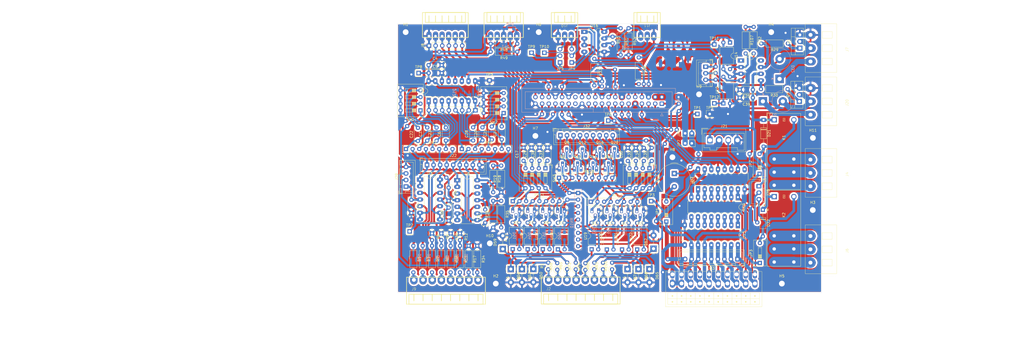
<source format=kicad_pcb>
(kicad_pcb
	(version 20240108)
	(generator "pcbnew")
	(generator_version "8.0")
	(general
		(thickness 1.6)
		(legacy_teardrops no)
	)
	(paper "A4")
	(layers
		(0 "F.Cu" signal)
		(1 "In1.Cu" signal)
		(2 "In2.Cu" signal)
		(31 "B.Cu" signal)
		(32 "B.Adhes" user "B.Adhesive")
		(33 "F.Adhes" user "F.Adhesive")
		(34 "B.Paste" user)
		(35 "F.Paste" user)
		(36 "B.SilkS" user "B.Silkscreen")
		(37 "F.SilkS" user "F.Silkscreen")
		(38 "B.Mask" user)
		(39 "F.Mask" user)
		(40 "Dwgs.User" user "User.Drawings")
		(41 "Cmts.User" user "User.Comments")
		(42 "Eco1.User" user "User.Eco1")
		(43 "Eco2.User" user "User.Eco2")
		(44 "Edge.Cuts" user)
		(45 "Margin" user)
		(46 "B.CrtYd" user "B.Courtyard")
		(47 "F.CrtYd" user "F.Courtyard")
		(48 "B.Fab" user)
		(49 "F.Fab" user)
		(50 "User.1" user)
		(51 "User.2" user)
		(52 "User.3" user)
		(53 "User.4" user)
		(54 "User.5" user)
		(55 "User.6" user)
		(56 "User.7" user)
		(57 "User.8" user)
		(58 "User.9" user)
	)
	(setup
		(stackup
			(layer "F.SilkS"
				(type "Top Silk Screen")
			)
			(layer "F.Paste"
				(type "Top Solder Paste")
			)
			(layer "F.Mask"
				(type "Top Solder Mask")
				(thickness 0.01)
			)
			(layer "F.Cu"
				(type "copper")
				(thickness 0.035)
			)
			(layer "dielectric 1"
				(type "prepreg")
				(thickness 0.1)
				(material "FR4")
				(epsilon_r 4.5)
				(loss_tangent 0.02)
			)
			(layer "In1.Cu"
				(type "copper")
				(thickness 0.035)
			)
			(layer "dielectric 2"
				(type "core")
				(thickness 1.24)
				(material "FR4")
				(epsilon_r 4.5)
				(loss_tangent 0.02)
			)
			(layer "In2.Cu"
				(type "copper")
				(thickness 0.035)
			)
			(layer "dielectric 3"
				(type "prepreg")
				(thickness 0.1)
				(material "FR4")
				(epsilon_r 4.5)
				(loss_tangent 0.02)
			)
			(layer "B.Cu"
				(type "copper")
				(thickness 0.035)
			)
			(layer "B.Mask"
				(type "Bottom Solder Mask")
				(thickness 0.01)
			)
			(layer "B.Paste"
				(type "Bottom Solder Paste")
			)
			(layer "B.SilkS"
				(type "Bottom Silk Screen")
				(color "Red")
			)
			(copper_finish "None")
			(dielectric_constraints no)
		)
		(pad_to_mask_clearance 0)
		(allow_soldermask_bridges_in_footprints no)
		(pcbplotparams
			(layerselection 0x0001000_fffffff9)
			(plot_on_all_layers_selection 0x0000000_00000000)
			(disableapertmacros no)
			(usegerberextensions no)
			(usegerberattributes no)
			(usegerberadvancedattributes yes)
			(creategerberjobfile yes)
			(dashed_line_dash_ratio 12.000000)
			(dashed_line_gap_ratio 3.000000)
			(svgprecision 4)
			(plotframeref no)
			(viasonmask no)
			(mode 1)
			(useauxorigin no)
			(hpglpennumber 1)
			(hpglpenspeed 20)
			(hpglpendiameter 15.000000)
			(pdf_front_fp_property_popups yes)
			(pdf_back_fp_property_popups yes)
			(dxfpolygonmode yes)
			(dxfimperialunits yes)
			(dxfusepcbnewfont yes)
			(psnegative no)
			(psa4output no)
			(plotreference no)
			(plotvalue no)
			(plotfptext no)
			(plotinvisibletext no)
			(sketchpadsonfab no)
			(subtractmaskfromsilk no)
			(outputformat 1)
			(mirror no)
			(drillshape 0)
			(scaleselection 1)
			(outputdirectory "export/")
		)
	)
	(net 0 "")
	(net 1 "+5V")
	(net 2 "/Buzzer")
	(net 3 "GND")
	(net 4 "+3V3")
	(net 5 "/ADC_CH3")
	(net 6 "/ADC_CH1")
	(net 7 "+12V")
	(net 8 "/Dig-IN_1")
	(net 9 "-5V")
	(net 10 "/ADC_CH5")
	(net 11 "/ADC_CH6")
	(net 12 "/ADC_CH0")
	(net 13 "/ADC_CH2")
	(net 14 "/ADC_CH7")
	(net 15 "/ADC_CH4")
	(net 16 "/Dig-IN_2")
	(net 17 "/Dig-IN_3")
	(net 18 "/Dig-IN_4")
	(net 19 "/Dig-IN_5")
	(net 20 "/Dig-IN_6")
	(net 21 "/Dig-IN_7")
	(net 22 "/Dig-IN_8")
	(net 23 "OUT_Digital_1_open-drain")
	(net 24 "Net-(U3C-+)")
	(net 25 "Net-(U3D-+)")
	(net 26 "IN_Analog_6 (0-20mA)")
	(net 27 "IN_Analog_7 (0-20mA)")
	(net 28 "Net-(U9B-+)")
	(net 29 "/OUT_PWM_1_diode")
	(net 30 "/OUT_PWM_2_diode")
	(net 31 "Net-(U9A-+)")
	(net 32 "OUT_Digital_2_open-drain")
	(net 33 "OUT_Digital_3_open-drain")
	(net 34 "OUT_Digital_4_open-drain")
	(net 35 "OUT_Digital_5_open-drain")
	(net 36 "Net-(U3A-+)")
	(net 37 "I2C_SDA")
	(net 38 "RS485_B")
	(net 39 "RS485_A")
	(net 40 "Net-(D50-A1)")
	(net 41 "Net-(D51-A)")
	(net 42 "Net-(D53-A1)")
	(net 43 "Net-(D54-A)")
	(net 44 "Net-(D56-A1)")
	(net 45 "Net-(D57-A)")
	(net 46 "Net-(D59-A1)")
	(net 47 "Net-(D60-A)")
	(net 48 "Net-(D62-A1)")
	(net 49 "Net-(D63-A)")
	(net 50 "Net-(D65-A1)")
	(net 51 "Net-(D66-A)")
	(net 52 "Net-(D68-A1)")
	(net 53 "Net-(D69-A)")
	(net 54 "Net-(D71-A1)")
	(net 55 "Net-(D72-A)")
	(net 56 "unconnected-(J1-ID_SD{slash}GPIO0-Pad27)")
	(net 57 "/SPI_CE0_ADC")
	(net 58 "Net-(J1-3V3-Pad1)")
	(net 59 "/SPI0_miso_ADC")
	(net 60 "/UART_DIR-T")
	(net 61 "/SPI0_mosi_ADC")
	(net 62 "/SPI0_sclk_ADC")
	(net 63 "/UART_TX")
	(net 64 "/SPI1_miso_FREE")
	(net 65 "/SR-OUT_latch")
	(net 66 "/SPI1_mosi_FREE")
	(net 67 "/SR-OUT_clock")
	(net 68 "/SR-OUT_data")
	(net 69 "unconnected-(J1-ID_SC{slash}GPIO1-Pad28)")
	(net 70 "/SPI1_CE_FREE")
	(net 71 "/UART_RX")
	(net 72 "/OUT_PWM_2")
	(net 73 "/SPI1_sclk_FREE")
	(net 74 "/OUT_PWM_1")
	(net 75 "IN_Digital_8")
	(net 76 "IN_Digital_5")
	(net 77 "IN_Digital_2")
	(net 78 "IN_Digital_3")
	(net 79 "IN_Digital_4")
	(net 80 "IN_Digital_6")
	(net 81 "IN_Digital_7")
	(net 82 "IN_Digital_1")
	(net 83 "OUT_Digital_8")
	(net 84 "OUT_Digital_7_open-drain")
	(net 85 "OUT_Digital_2")
	(net 86 "OUT_Digital_4")
	(net 87 "OUT_Digital_5")
	(net 88 "OUT_Digital_6")
	(net 89 "OUT_Digital_3")
	(net 90 "OUT_Digital_7")
	(net 91 "OUT_Digital_8_open-drain")
	(net 92 "OUT_Digital_1")
	(net 93 "OUT_Digital_6_open-drain")
	(net 94 "Net-(J4-Pin_1)")
	(net 95 "Net-(J4-Pin_2)")
	(net 96 "Net-(J4-Pin_3)")
	(net 97 "OUT_Digital_COM_open-drain")
	(net 98 "Net-(J6-Pin_1)")
	(net 99 "Net-(J6-Pin_3)")
	(net 100 "Net-(J6-Pin_2)")
	(net 101 "IN_Analog_1 (0-3.3V)")
	(net 102 "IN_Analog_5 (0-24V)")
	(net 103 "IN_Analog_4 (0-12V)")
	(net 104 "IN_Analog_2 (0-5V)")
	(net 105 "IN_Analog_0 (0-3.3V)")
	(net 106 "IN_Analog_3 (0-5V)")
	(net 107 "Net-(Q1-G)")
	(net 108 "Net-(Q2-G)")
	(net 109 "Net-(Q2-D)")
	(net 110 "Net-(Q5-G)")
	(net 111 "Net-(C17-Pad1)")
	(net 112 "Net-(Q7-G)")
	(net 113 "Net-(Q7-D)")
	(net 114 "Net-(C29-Pad1)")
	(net 115 "Net-(Q9-G)")
	(net 116 "Net-(C30-Pad1)")
	(net 117 "Net-(Q10-G)")
	(net 118 "Net-(Q11-D)")
	(net 119 "Net-(Q11-G)")
	(net 120 "Net-(C31-Pad1)")
	(net 121 "Net-(Q13-G)")
	(net 122 "Net-(Q13-D)")
	(net 123 "Net-(C32-Pad1)")
	(net 124 "Net-(Q15-D)")
	(net 125 "Net-(Q15-G)")
	(net 126 "Net-(C33-Pad1)")
	(net 127 "Net-(Q17-G)")
	(net 128 "Net-(Q17-D)")
	(net 129 "Net-(C34-Pad1)")
	(net 130 "Net-(Q19-D)")
	(net 131 "Net-(Q19-G)")
	(net 132 "Net-(C35-Pad1)")
	(net 133 "Net-(U9C--)")
	(net 134 "Net-(U12-~{OUTA})")
	(net 135 "Net-(U12-~{OUTB})")
	(net 136 "Net-(U12-INB)")
	(net 137 "Net-(R33-Pad1)")
	(net 138 "Net-(U9D--)")
	(net 139 "Net-(U12-INA)")
	(net 140 "Net-(R108-Pad1)")
	(net 141 "unconnected-(U2-QH'-Pad9)")
	(net 142 "unconnected-(U12-NC-Pad8)")
	(net 143 "unconnected-(U12-NC-Pad1)")
	(net 144 "Net-(U3B-+)")
	(net 145 "/LED_analog-CH6")
	(net 146 "/LED_analog-CH2")
	(net 147 "/LED_analog-CH7")
	(net 148 "/LED_analog-CH5")
	(net 149 "/LED_analog-CH0")
	(net 150 "/LED_analog-CH1")
	(net 151 "/LED_analog-CH3")
	(net 152 "/LED_analog-CH4")
	(net 153 "/LED_digital-out_2")
	(net 154 "/LED_digital-out_8")
	(net 155 "/LED_digital-out_6")
	(net 156 "/LED_digital-out_5")
	(net 157 "/LED_digital-out_4")
	(net 158 "/LED_digital-out_7")
	(net 159 "/LED_digital-out_1")
	(net 160 "/LED_digital-out_3")
	(net 161 "/LED_relay-1")
	(net 162 "/LED_PWM-1")
	(net 163 "/LED_PWM-2")
	(net 164 "/LED_relay-2")
	(net 165 "Net-(RN9-R2.2)")
	(net 166 "Net-(RN9-R8.2)")
	(net 167 "Net-(RN9-R7.2)")
	(net 168 "Net-(RN9-R5.2)")
	(net 169 "Net-(RN9-R1.2)")
	(net 170 "Net-(RN9-R6.2)")
	(net 171 "Net-(RN9-R3.2)")
	(net 172 "Net-(RN9-R4.2)")
	(net 173 "/DIP_EN-Filter-ADC3")
	(net 174 "/DIP_EN-Filter-ADC1")
	(net 175 "/DIP_EN-Filter-ADC5")
	(net 176 "/DIP_EN-Filter-ADC6")
	(net 177 "/DIP_EN-Filter-ADC0")
	(net 178 "/DIP_EN-Filter-ADC2")
	(net 179 "/DIP_EN-Filter-ADC7")
	(net 180 "/DIP_EN-Filter-ADC4")
	(net 181 "I2C_SCL")
	(net 182 "Net-(J10-Pin_2)")
	(net 183 "Net-(J10-Pin_1)")
	(net 184 "Net-(JP4-A)")
	(net 185 "Net-(JP5-A)")
	(net 186 "Net-(JP6-A)")
	(net 187 "+5VP")
	(net 188 "+3V3P")
	(footprint "Connector_JST:JST_XH_B9B-XH-A_1x09_P2.50mm_Vertical" (layer "F.Cu") (at 98.7044 69.9008))
	(footprint "Resistor_THT:R_Axial_DIN0207_L6.3mm_D2.5mm_P2.54mm_Vertical" (layer "F.Cu") (at 118.646 32.229 -90))
	(footprint "Button_Switch_THT:SW_DIP_SPSTx04_Slide_9.78x12.34mm_W7.62mm_P2.54mm" (layer "F.Cu") (at 45.2845 60.36 180))
	(footprint "Package_TO_SOT_THT:TO-92_HandSolder" (layer "F.Cu") (at 98.2726 82.4186))
	(footprint "Package_DIP:DIP-4_W10.16mm" (layer "F.Cu") (at 160.932 57.706 90))
	(footprint "Button_Switch_THT:SW_DIP_SPSTx01_Slide_9.78x4.72mm_W7.62mm_P2.54mm" (layer "F.Cu") (at 139.161 102.7965 90))
	(footprint "Relay_THT:Relay_SPDT_Omron_G2RL-1-E" (layer "F.Cu") (at 180.34 63.947))
	(footprint "Resistor_THT:R_Axial_DIN0207_L6.3mm_D2.5mm_P10.16mm_Horizontal" (layer "F.Cu") (at 66.957 112.0587 -90))
	(footprint "Package_DIP:DIP-8_W7.62mm_LongPads" (layer "F.Cu") (at 107.851 30.381))
	(footprint "Diode_THT:D_DO-15_P5.08mm_Vertical_AnodeUp" (layer "F.Cu") (at 76.708 113.284 90))
	(footprint "custom-footprints1:WAGO 713-1430 MINI HD Stiftleiste gewinkelt 2x10-polig, RM 3,5" (layer "F.Cu") (at 157.223 127.461))
	(footprint "Resistor_THT:R_Array_SIP8" (layer "F.Cu") (at 80.536 95.01305))
	(footprint "Resistor_THT:R_Axial_DIN0207_L6.3mm_D2.5mm_P10.16mm_Horizontal" (layer "F.Cu") (at 60.353 112.0587 -90))
	(footprint "Capacitor_THT:C_Disc_D7.0mm_W2.5mm_P5.00mm" (layer "F.Cu") (at 41.811 94.516 -90))
	(footprint "Package_DIP:DIP-4_W10.16mm" (layer "F.Cu") (at 86.2052 113.37185 90))
	(footprint "Capacitor_THT:C_Disc_D7.0mm_W2.5mm_P5.00mm" (layer "F.Cu") (at 47.867 71.899685 90))
	(footprint "Capacitor_THT:C_Disc_D7.0mm_W2.5mm_P5.00mm" (layer "F.Cu") (at 124.46 79.66335 90))
	(footprint "Capacitor_THT:C_Disc_D7.0mm_W2.5mm_P5.00mm" (layer "F.Cu") (at 93.7722 79.58085 90))
	(footprint "custom-footprints1:MountingHole_2.2mm_NPTH-with-pad" (layer "F.Cu") (at 195.1228 70.866))
	(footprint "custom-footprints1:MountingHole_2.2mm_NPTH-with-pad" (layer "F.Cu") (at 141.478 78.232))
	(footprint "Capacitor_THT:C_Disc_D7.0mm_W2.5mm_P5.00mm" (layer "F.Cu") (at 87.6762 79.58085 90))
	(footprint "Resistor_THT:R_Axial_DIN0207_L6.3mm_D2.5mm_P2.54mm_Vertical" (layer "F.Cu") (at 108.2574 121.2404 90))
	(footprint "Package_DIP:DIP-4_W10.16mm" (layer "F.Cu") (at 116.4412 113.47785 90))
	(footprint "Capacitor_THT:C_Disc_D7.0mm_W2.5mm_P5.00mm" (layer "F.Cu") (at 68.949 71.842 90))
	(footprint "Package_TO_SOT_THT:TO-92_HandSolder" (layer "F.Cu") (at 100.203 98.933 180))
	(footprint "Connector_JST:JST_XH_B4B-XH-A_1x04_P2.50mm_Vertical" (layer "F.Cu") (at 39.762 89.436 90))
	(footprint "Resistor_THT:R_Axial_DIN0207_L6.3mm_D2.5mm_P2.54mm_Vertical" (layer "F.Cu") (at 114.963 121.059 90))
	(footprint "Resistor_THT:R_Axial_DIN0207_L6.3mm_D2.5mm_P10.16mm_Horizontal" (layer "F.Cu") (at 185.448 52.225 180))
	(footprint "Resistor_THT:R_Axial_DIN0207_L6.3mm_D2.5mm_P10.16mm_Horizontal"
		(layer "F.Cu")
		(uuid "22560aed-cde0-4746-90bf-93e3d8c73d7b")
		(at 172.494 28.476 -90)
		(descr "Resistor, Axial_DIN0207 series, Axial, Horizontal, pin pitch=10.16mm, 0.25W = 1/4W, length*diameter=6.3*2.5mm^2, http://cdn-reichelt.de/documents/datenblatt/B400/1_4W%23YAG.pdf")
		(tags "Resistor Axial_DIN0207 series Axial Horizontal pin pitch 10.16mm 0.25W = 1/4W length 6.3mm diameter 2.5mm")
		(property "Reference" "R32"
			(at 5.08 -2.37 90)
			(layer "F.SilkS")
			(uuid "0a01a3ed-965c-4ffe-9176-fb37f60e9999")
			(effects
				(font
					(size 1 1)
					(thickness 0.15)
				)
			)
		)
		(property "Value" "4k7"
			(at 5.08 2.37 90)
			(layer "F.Fab")
			(uuid "5b2ed4ef-926b-44bc-ad59-a57667214a5a")
			(effects
				(font
					(size 1 1)
					(thickness 0.15)
				)
			)
		)
		(property "Footprint" "Resistor_THT:R_Axial_DIN0207_L6.3mm_D2.5mm_P10.16mm_Horizontal"
			(at 0 0 -90)
			(unlocked yes)
			(layer "F.Fab")
			(hide yes)
			(uuid "35253505-32bd-47b2-88f9-4b24f79b28cf")
			(effects
				(font
					(size 1.27 1.27)
					(thickness 0.15)
				)
			)
		)
		(property "Datasheet" "sortiment"
			(at 0 0 -90)
			(unlocked yes)
			(layer "F.Fab")
			(hide yes)
			(uuid "76fb827a-4b59-4dc1-b911-01ce7afc9e03")
			(effects
				(font
					(size 1.27 1.27)
					(thickness 0.15)
				)
			)
		)
		(property "Description" "Resistor"
			(at 0 0 -90)
			(unlocked yes)
			(layer "F.Fab")
			(hide yes)
			(uuid "70d10f4c-c554-490e-88ec-fe182f610482")
			(effects
				(font
					(size 1.27 1.27)
					(thickness 0.15)
				)
			)
		)
		(property ki_fp_filters "R_*")
		(path "/c6fe806f-6933-468f-8f26-bbd8f04165ed")
		(sheetname "Root")
		(sheetfile "pi-interface-board_v1.0.kicad_sch")
		(attr through_hole)
		(fp_line
			(start 1.81 1.37)
			(end 8.35 1.37)
			(stroke
				(width 0.12)
				(type solid)
			)
			(layer "F.SilkS")
			(uuid "733bcede-81b0-4ea5-98b2-40d6d179fddc")
		)
		(fp_line
			(start 8.35 1.37)
			(end 8.35 -1.37)
			(stroke
				(width 0.12)
				(type solid)
			)
			(layer "F.SilkS")
			(uuid "8bbdb978-39c9-
... [2468126 chars truncated]
</source>
